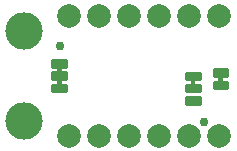
<source format=gbs>
G04 EAGLE Gerber RS-274X export*
G75*
%MOMM*%
%FSLAX34Y34*%
%LPD*%
%INSoldermask Bottom*%
%IPPOS*%
%AMOC8*
5,1,8,0,0,1.08239X$1,22.5*%
G01*
%ADD10C,0.228344*%
%ADD11C,3.175000*%
%ADD12C,2.006600*%
%ADD13C,0.762000*%

G36*
X56262Y55892D02*
X56262Y55892D01*
X56328Y55894D01*
X56372Y55912D01*
X56418Y55920D01*
X56475Y55954D01*
X56536Y55979D01*
X56571Y56010D01*
X56612Y56035D01*
X56653Y56086D01*
X56702Y56130D01*
X56723Y56172D01*
X56753Y56209D01*
X56774Y56271D01*
X56804Y56330D01*
X56812Y56384D01*
X56825Y56421D01*
X56824Y56461D01*
X56832Y56515D01*
X56832Y60325D01*
X56820Y60390D01*
X56818Y60456D01*
X56800Y60499D01*
X56792Y60546D01*
X56759Y60603D01*
X56734Y60663D01*
X56702Y60698D01*
X56678Y60739D01*
X56627Y60781D01*
X56582Y60829D01*
X56540Y60851D01*
X56504Y60880D01*
X56442Y60901D01*
X56383Y60932D01*
X56328Y60940D01*
X56291Y60952D01*
X56252Y60951D01*
X56198Y60959D01*
X53658Y60959D01*
X53593Y60948D01*
X53527Y60946D01*
X53483Y60928D01*
X53437Y60920D01*
X53380Y60886D01*
X53319Y60861D01*
X53284Y60830D01*
X53243Y60805D01*
X53202Y60754D01*
X53153Y60710D01*
X53132Y60668D01*
X53102Y60631D01*
X53081Y60569D01*
X53051Y60510D01*
X53043Y60456D01*
X53030Y60419D01*
X53030Y60415D01*
X53030Y60414D01*
X53031Y60379D01*
X53023Y60325D01*
X53023Y56515D01*
X53035Y56450D01*
X53037Y56384D01*
X53055Y56341D01*
X53063Y56294D01*
X53096Y56237D01*
X53121Y56177D01*
X53153Y56142D01*
X53177Y56101D01*
X53228Y56060D01*
X53273Y56011D01*
X53315Y55989D01*
X53351Y55960D01*
X53414Y55939D01*
X53472Y55908D01*
X53527Y55900D01*
X53564Y55888D01*
X53603Y55889D01*
X53658Y55881D01*
X56198Y55881D01*
X56262Y55892D01*
G37*
G36*
X56262Y66052D02*
X56262Y66052D01*
X56328Y66054D01*
X56372Y66072D01*
X56418Y66080D01*
X56475Y66114D01*
X56536Y66139D01*
X56571Y66170D01*
X56612Y66195D01*
X56653Y66246D01*
X56702Y66290D01*
X56723Y66332D01*
X56753Y66369D01*
X56774Y66431D01*
X56804Y66490D01*
X56812Y66544D01*
X56825Y66581D01*
X56824Y66621D01*
X56832Y66675D01*
X56832Y70485D01*
X56820Y70550D01*
X56818Y70616D01*
X56800Y70659D01*
X56792Y70706D01*
X56759Y70763D01*
X56734Y70823D01*
X56702Y70858D01*
X56678Y70899D01*
X56627Y70941D01*
X56582Y70989D01*
X56540Y71011D01*
X56504Y71040D01*
X56442Y71061D01*
X56383Y71092D01*
X56328Y71100D01*
X56291Y71112D01*
X56252Y71111D01*
X56198Y71119D01*
X53658Y71119D01*
X53593Y71108D01*
X53527Y71106D01*
X53483Y71088D01*
X53437Y71080D01*
X53380Y71046D01*
X53319Y71021D01*
X53284Y70990D01*
X53243Y70965D01*
X53202Y70914D01*
X53153Y70870D01*
X53132Y70828D01*
X53102Y70791D01*
X53081Y70729D01*
X53051Y70670D01*
X53043Y70616D01*
X53030Y70579D01*
X53030Y70575D01*
X53030Y70574D01*
X53031Y70539D01*
X53023Y70485D01*
X53023Y66675D01*
X53035Y66610D01*
X53037Y66544D01*
X53055Y66501D01*
X53063Y66454D01*
X53096Y66397D01*
X53121Y66337D01*
X53153Y66302D01*
X53177Y66261D01*
X53228Y66220D01*
X53273Y66171D01*
X53315Y66149D01*
X53351Y66120D01*
X53414Y66099D01*
X53472Y66068D01*
X53527Y66060D01*
X53564Y66048D01*
X53603Y66049D01*
X53658Y66041D01*
X56198Y66041D01*
X56262Y66052D01*
G37*
G36*
X192851Y58178D02*
X192851Y58178D01*
X192917Y58180D01*
X192960Y58198D01*
X193007Y58206D01*
X193064Y58240D01*
X193124Y58265D01*
X193159Y58296D01*
X193200Y58321D01*
X193242Y58372D01*
X193290Y58416D01*
X193312Y58458D01*
X193341Y58495D01*
X193362Y58557D01*
X193393Y58616D01*
X193401Y58670D01*
X193413Y58707D01*
X193412Y58747D01*
X193420Y58801D01*
X193420Y62611D01*
X193409Y62676D01*
X193407Y62742D01*
X193389Y62785D01*
X193381Y62832D01*
X193347Y62889D01*
X193322Y62949D01*
X193291Y62984D01*
X193266Y63025D01*
X193215Y63067D01*
X193171Y63115D01*
X193129Y63137D01*
X193092Y63166D01*
X193030Y63187D01*
X192971Y63218D01*
X192917Y63226D01*
X192880Y63238D01*
X192840Y63237D01*
X192786Y63245D01*
X190246Y63245D01*
X190181Y63234D01*
X190115Y63232D01*
X190072Y63214D01*
X190025Y63206D01*
X189968Y63172D01*
X189908Y63147D01*
X189873Y63116D01*
X189832Y63091D01*
X189791Y63040D01*
X189742Y62996D01*
X189720Y62954D01*
X189691Y62917D01*
X189670Y62855D01*
X189639Y62796D01*
X189631Y62742D01*
X189619Y62705D01*
X189619Y62701D01*
X189619Y62700D01*
X189620Y62665D01*
X189612Y62611D01*
X189612Y58801D01*
X189623Y58736D01*
X189625Y58670D01*
X189643Y58627D01*
X189651Y58580D01*
X189685Y58523D01*
X189710Y58463D01*
X189741Y58428D01*
X189766Y58387D01*
X189817Y58346D01*
X189861Y58297D01*
X189903Y58275D01*
X189940Y58246D01*
X190002Y58225D01*
X190061Y58194D01*
X190115Y58186D01*
X190152Y58174D01*
X190192Y58175D01*
X190246Y58167D01*
X192786Y58167D01*
X192851Y58178D01*
G37*
G36*
X169546Y55384D02*
X169546Y55384D01*
X169612Y55386D01*
X169656Y55404D01*
X169702Y55412D01*
X169759Y55446D01*
X169820Y55471D01*
X169855Y55502D01*
X169896Y55527D01*
X169937Y55578D01*
X169986Y55622D01*
X170007Y55664D01*
X170037Y55701D01*
X170058Y55763D01*
X170088Y55822D01*
X170096Y55876D01*
X170109Y55913D01*
X170108Y55953D01*
X170116Y56007D01*
X170116Y59817D01*
X170104Y59882D01*
X170102Y59948D01*
X170084Y59991D01*
X170076Y60038D01*
X170043Y60095D01*
X170018Y60155D01*
X169986Y60190D01*
X169962Y60231D01*
X169911Y60273D01*
X169866Y60321D01*
X169824Y60343D01*
X169788Y60372D01*
X169726Y60393D01*
X169667Y60424D01*
X169612Y60432D01*
X169575Y60444D01*
X169536Y60443D01*
X169482Y60451D01*
X166942Y60451D01*
X166877Y60440D01*
X166811Y60438D01*
X166767Y60420D01*
X166721Y60412D01*
X166664Y60378D01*
X166603Y60353D01*
X166568Y60322D01*
X166527Y60297D01*
X166486Y60246D01*
X166437Y60202D01*
X166416Y60160D01*
X166386Y60123D01*
X166365Y60061D01*
X166335Y60002D01*
X166327Y59948D01*
X166314Y59911D01*
X166314Y59907D01*
X166314Y59906D01*
X166315Y59871D01*
X166307Y59817D01*
X166307Y56007D01*
X166319Y55942D01*
X166321Y55876D01*
X166339Y55833D01*
X166347Y55786D01*
X166380Y55729D01*
X166405Y55669D01*
X166437Y55634D01*
X166461Y55593D01*
X166512Y55552D01*
X166557Y55503D01*
X166599Y55481D01*
X166635Y55452D01*
X166698Y55431D01*
X166756Y55400D01*
X166811Y55392D01*
X166848Y55380D01*
X166887Y55381D01*
X166942Y55373D01*
X169482Y55373D01*
X169546Y55384D01*
G37*
D10*
X174056Y45214D02*
X174056Y39622D01*
X162368Y39622D01*
X162368Y45214D01*
X174056Y45214D01*
X174056Y41791D02*
X162368Y41791D01*
X162368Y43960D02*
X174056Y43960D01*
X174056Y50036D02*
X174056Y55628D01*
X174056Y50036D02*
X162368Y50036D01*
X162368Y55628D01*
X174056Y55628D01*
X174056Y52205D02*
X162368Y52205D01*
X162368Y54374D02*
X174056Y54374D01*
X174056Y60450D02*
X174056Y66042D01*
X174056Y60450D02*
X162368Y60450D01*
X162368Y66042D01*
X174056Y66042D01*
X174056Y62619D02*
X162368Y62619D01*
X162368Y64788D02*
X174056Y64788D01*
D11*
X25400Y101600D03*
X25400Y25400D03*
D10*
X49084Y71118D02*
X49084Y76710D01*
X60772Y76710D01*
X60772Y71118D01*
X49084Y71118D01*
X49084Y73287D02*
X60772Y73287D01*
X60772Y75456D02*
X49084Y75456D01*
X49084Y66296D02*
X49084Y60704D01*
X49084Y66296D02*
X60772Y66296D01*
X60772Y60704D01*
X49084Y60704D01*
X49084Y62873D02*
X60772Y62873D01*
X60772Y65042D02*
X49084Y65042D01*
X49084Y55882D02*
X49084Y50290D01*
X49084Y55882D02*
X60772Y55882D01*
X60772Y50290D01*
X49084Y50290D01*
X49084Y52459D02*
X60772Y52459D01*
X60772Y54628D02*
X49084Y54628D01*
D12*
X190500Y12700D03*
X165100Y12700D03*
X139700Y12700D03*
X114300Y12700D03*
X88900Y12700D03*
X63500Y12700D03*
X63500Y114300D03*
X88900Y114300D03*
X114300Y114300D03*
X139700Y114300D03*
X165100Y114300D03*
X190500Y114300D03*
D13*
X55626Y88900D03*
X177800Y23876D03*
D10*
X197360Y52703D02*
X197360Y58295D01*
X197360Y52703D02*
X185672Y52703D01*
X185672Y58295D01*
X197360Y58295D01*
X197360Y54872D02*
X185672Y54872D01*
X185672Y57041D02*
X197360Y57041D01*
X197360Y63117D02*
X197360Y68709D01*
X197360Y63117D02*
X185672Y63117D01*
X185672Y68709D01*
X197360Y68709D01*
X197360Y65286D02*
X185672Y65286D01*
X185672Y67455D02*
X197360Y67455D01*
M02*

</source>
